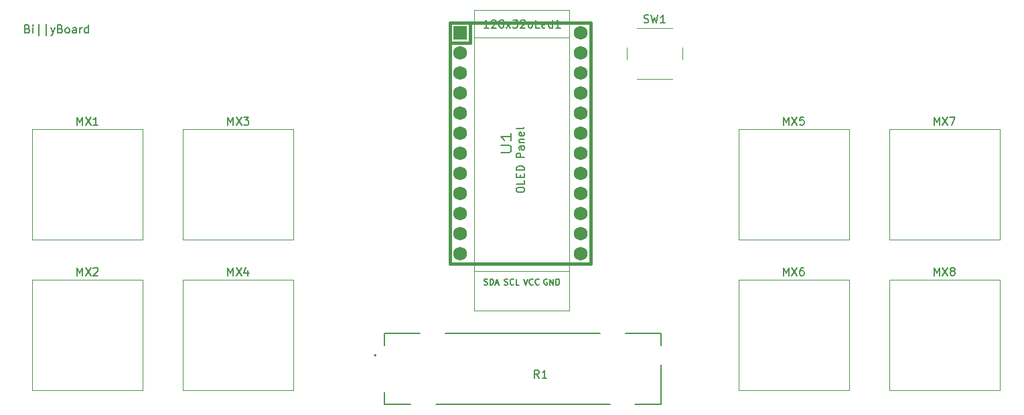
<source format=gbr>
%TF.GenerationSoftware,KiCad,Pcbnew,(7.0.0)*%
%TF.CreationDate,2023-07-30T22:41:47-07:00*%
%TF.ProjectId,macropad-V3,6d616372-6f70-4616-942d-56332e6b6963,rev?*%
%TF.SameCoordinates,Original*%
%TF.FileFunction,Legend,Top*%
%TF.FilePolarity,Positive*%
%FSLAX46Y46*%
G04 Gerber Fmt 4.6, Leading zero omitted, Abs format (unit mm)*
G04 Created by KiCad (PCBNEW (7.0.0)) date 2023-07-30 22:41:47*
%MOMM*%
%LPD*%
G01*
G04 APERTURE LIST*
%ADD10C,0.150000*%
%ADD11C,0.203200*%
%ADD12C,0.120000*%
%ADD13C,0.381000*%
%ADD14C,0.040000*%
%ADD15C,0.127000*%
%ADD16C,0.200000*%
%ADD17R,1.752600X1.752600*%
%ADD18C,1.752600*%
G04 APERTURE END LIST*
D10*
X77660428Y-53233571D02*
X77803285Y-53281190D01*
X77803285Y-53281190D02*
X77850904Y-53328809D01*
X77850904Y-53328809D02*
X77898523Y-53424047D01*
X77898523Y-53424047D02*
X77898523Y-53566904D01*
X77898523Y-53566904D02*
X77850904Y-53662142D01*
X77850904Y-53662142D02*
X77803285Y-53709761D01*
X77803285Y-53709761D02*
X77708047Y-53757380D01*
X77708047Y-53757380D02*
X77327095Y-53757380D01*
X77327095Y-53757380D02*
X77327095Y-52757380D01*
X77327095Y-52757380D02*
X77660428Y-52757380D01*
X77660428Y-52757380D02*
X77755666Y-52805000D01*
X77755666Y-52805000D02*
X77803285Y-52852619D01*
X77803285Y-52852619D02*
X77850904Y-52947857D01*
X77850904Y-52947857D02*
X77850904Y-53043095D01*
X77850904Y-53043095D02*
X77803285Y-53138333D01*
X77803285Y-53138333D02*
X77755666Y-53185952D01*
X77755666Y-53185952D02*
X77660428Y-53233571D01*
X77660428Y-53233571D02*
X77327095Y-53233571D01*
X78327095Y-53757380D02*
X78327095Y-53090714D01*
X78327095Y-52757380D02*
X78279476Y-52805000D01*
X78279476Y-52805000D02*
X78327095Y-52852619D01*
X78327095Y-52852619D02*
X78374714Y-52805000D01*
X78374714Y-52805000D02*
X78327095Y-52757380D01*
X78327095Y-52757380D02*
X78327095Y-52852619D01*
X79041380Y-54090714D02*
X79041380Y-52662142D01*
X79993761Y-54090714D02*
X79993761Y-52662142D01*
X80612809Y-53090714D02*
X80850904Y-53757380D01*
X81088999Y-53090714D02*
X80850904Y-53757380D01*
X80850904Y-53757380D02*
X80755666Y-53995476D01*
X80755666Y-53995476D02*
X80708047Y-54043095D01*
X80708047Y-54043095D02*
X80612809Y-54090714D01*
X81803285Y-53233571D02*
X81946142Y-53281190D01*
X81946142Y-53281190D02*
X81993761Y-53328809D01*
X81993761Y-53328809D02*
X82041380Y-53424047D01*
X82041380Y-53424047D02*
X82041380Y-53566904D01*
X82041380Y-53566904D02*
X81993761Y-53662142D01*
X81993761Y-53662142D02*
X81946142Y-53709761D01*
X81946142Y-53709761D02*
X81850904Y-53757380D01*
X81850904Y-53757380D02*
X81469952Y-53757380D01*
X81469952Y-53757380D02*
X81469952Y-52757380D01*
X81469952Y-52757380D02*
X81803285Y-52757380D01*
X81803285Y-52757380D02*
X81898523Y-52805000D01*
X81898523Y-52805000D02*
X81946142Y-52852619D01*
X81946142Y-52852619D02*
X81993761Y-52947857D01*
X81993761Y-52947857D02*
X81993761Y-53043095D01*
X81993761Y-53043095D02*
X81946142Y-53138333D01*
X81946142Y-53138333D02*
X81898523Y-53185952D01*
X81898523Y-53185952D02*
X81803285Y-53233571D01*
X81803285Y-53233571D02*
X81469952Y-53233571D01*
X82612809Y-53757380D02*
X82517571Y-53709761D01*
X82517571Y-53709761D02*
X82469952Y-53662142D01*
X82469952Y-53662142D02*
X82422333Y-53566904D01*
X82422333Y-53566904D02*
X82422333Y-53281190D01*
X82422333Y-53281190D02*
X82469952Y-53185952D01*
X82469952Y-53185952D02*
X82517571Y-53138333D01*
X82517571Y-53138333D02*
X82612809Y-53090714D01*
X82612809Y-53090714D02*
X82755666Y-53090714D01*
X82755666Y-53090714D02*
X82850904Y-53138333D01*
X82850904Y-53138333D02*
X82898523Y-53185952D01*
X82898523Y-53185952D02*
X82946142Y-53281190D01*
X82946142Y-53281190D02*
X82946142Y-53566904D01*
X82946142Y-53566904D02*
X82898523Y-53662142D01*
X82898523Y-53662142D02*
X82850904Y-53709761D01*
X82850904Y-53709761D02*
X82755666Y-53757380D01*
X82755666Y-53757380D02*
X82612809Y-53757380D01*
X83803285Y-53757380D02*
X83803285Y-53233571D01*
X83803285Y-53233571D02*
X83755666Y-53138333D01*
X83755666Y-53138333D02*
X83660428Y-53090714D01*
X83660428Y-53090714D02*
X83469952Y-53090714D01*
X83469952Y-53090714D02*
X83374714Y-53138333D01*
X83803285Y-53709761D02*
X83708047Y-53757380D01*
X83708047Y-53757380D02*
X83469952Y-53757380D01*
X83469952Y-53757380D02*
X83374714Y-53709761D01*
X83374714Y-53709761D02*
X83327095Y-53614523D01*
X83327095Y-53614523D02*
X83327095Y-53519285D01*
X83327095Y-53519285D02*
X83374714Y-53424047D01*
X83374714Y-53424047D02*
X83469952Y-53376428D01*
X83469952Y-53376428D02*
X83708047Y-53376428D01*
X83708047Y-53376428D02*
X83803285Y-53328809D01*
X84279476Y-53757380D02*
X84279476Y-53090714D01*
X84279476Y-53281190D02*
X84327095Y-53185952D01*
X84327095Y-53185952D02*
X84374714Y-53138333D01*
X84374714Y-53138333D02*
X84469952Y-53090714D01*
X84469952Y-53090714D02*
X84565190Y-53090714D01*
X85327095Y-53757380D02*
X85327095Y-52757380D01*
X85327095Y-53709761D02*
X85231857Y-53757380D01*
X85231857Y-53757380D02*
X85041381Y-53757380D01*
X85041381Y-53757380D02*
X84946143Y-53709761D01*
X84946143Y-53709761D02*
X84898524Y-53662142D01*
X84898524Y-53662142D02*
X84850905Y-53566904D01*
X84850905Y-53566904D02*
X84850905Y-53281190D01*
X84850905Y-53281190D02*
X84898524Y-53185952D01*
X84898524Y-53185952D02*
X84946143Y-53138333D01*
X84946143Y-53138333D02*
X85041381Y-53090714D01*
X85041381Y-53090714D02*
X85231857Y-53090714D01*
X85231857Y-53090714D02*
X85327095Y-53138333D01*
%TO.C,MX7*%
X192262286Y-65391380D02*
X192262286Y-64391380D01*
X192262286Y-64391380D02*
X192595619Y-65105666D01*
X192595619Y-65105666D02*
X192928952Y-64391380D01*
X192928952Y-64391380D02*
X192928952Y-65391380D01*
X193309905Y-64391380D02*
X193976571Y-65391380D01*
X193976571Y-64391380D02*
X193309905Y-65391380D01*
X194262286Y-64391380D02*
X194928952Y-64391380D01*
X194928952Y-64391380D02*
X194500381Y-65391380D01*
%TO.C,MX2*%
X83931286Y-84441380D02*
X83931286Y-83441380D01*
X83931286Y-83441380D02*
X84264619Y-84155666D01*
X84264619Y-84155666D02*
X84597952Y-83441380D01*
X84597952Y-83441380D02*
X84597952Y-84441380D01*
X84978905Y-83441380D02*
X85645571Y-84441380D01*
X85645571Y-83441380D02*
X84978905Y-84441380D01*
X85978905Y-83536619D02*
X86026524Y-83489000D01*
X86026524Y-83489000D02*
X86121762Y-83441380D01*
X86121762Y-83441380D02*
X86359857Y-83441380D01*
X86359857Y-83441380D02*
X86455095Y-83489000D01*
X86455095Y-83489000D02*
X86502714Y-83536619D01*
X86502714Y-83536619D02*
X86550333Y-83631857D01*
X86550333Y-83631857D02*
X86550333Y-83727095D01*
X86550333Y-83727095D02*
X86502714Y-83869952D01*
X86502714Y-83869952D02*
X85931286Y-84441380D01*
X85931286Y-84441380D02*
X86550333Y-84441380D01*
%TO.C,SW1*%
X155586667Y-52421761D02*
X155729524Y-52469380D01*
X155729524Y-52469380D02*
X155967619Y-52469380D01*
X155967619Y-52469380D02*
X156062857Y-52421761D01*
X156062857Y-52421761D02*
X156110476Y-52374142D01*
X156110476Y-52374142D02*
X156158095Y-52278904D01*
X156158095Y-52278904D02*
X156158095Y-52183666D01*
X156158095Y-52183666D02*
X156110476Y-52088428D01*
X156110476Y-52088428D02*
X156062857Y-52040809D01*
X156062857Y-52040809D02*
X155967619Y-51993190D01*
X155967619Y-51993190D02*
X155777143Y-51945571D01*
X155777143Y-51945571D02*
X155681905Y-51897952D01*
X155681905Y-51897952D02*
X155634286Y-51850333D01*
X155634286Y-51850333D02*
X155586667Y-51755095D01*
X155586667Y-51755095D02*
X155586667Y-51659857D01*
X155586667Y-51659857D02*
X155634286Y-51564619D01*
X155634286Y-51564619D02*
X155681905Y-51517000D01*
X155681905Y-51517000D02*
X155777143Y-51469380D01*
X155777143Y-51469380D02*
X156015238Y-51469380D01*
X156015238Y-51469380D02*
X156158095Y-51517000D01*
X156491429Y-51469380D02*
X156729524Y-52469380D01*
X156729524Y-52469380D02*
X156920000Y-51755095D01*
X156920000Y-51755095D02*
X157110476Y-52469380D01*
X157110476Y-52469380D02*
X157348572Y-51469380D01*
X158253333Y-52469380D02*
X157681905Y-52469380D01*
X157967619Y-52469380D02*
X157967619Y-51469380D01*
X157967619Y-51469380D02*
X157872381Y-51612238D01*
X157872381Y-51612238D02*
X157777143Y-51707476D01*
X157777143Y-51707476D02*
X157681905Y-51755095D01*
%TO.C,MX6*%
X173212286Y-84441380D02*
X173212286Y-83441380D01*
X173212286Y-83441380D02*
X173545619Y-84155666D01*
X173545619Y-84155666D02*
X173878952Y-83441380D01*
X173878952Y-83441380D02*
X173878952Y-84441380D01*
X174259905Y-83441380D02*
X174926571Y-84441380D01*
X174926571Y-83441380D02*
X174259905Y-84441380D01*
X175736095Y-83441380D02*
X175545619Y-83441380D01*
X175545619Y-83441380D02*
X175450381Y-83489000D01*
X175450381Y-83489000D02*
X175402762Y-83536619D01*
X175402762Y-83536619D02*
X175307524Y-83679476D01*
X175307524Y-83679476D02*
X175259905Y-83869952D01*
X175259905Y-83869952D02*
X175259905Y-84250904D01*
X175259905Y-84250904D02*
X175307524Y-84346142D01*
X175307524Y-84346142D02*
X175355143Y-84393761D01*
X175355143Y-84393761D02*
X175450381Y-84441380D01*
X175450381Y-84441380D02*
X175640857Y-84441380D01*
X175640857Y-84441380D02*
X175736095Y-84393761D01*
X175736095Y-84393761D02*
X175783714Y-84346142D01*
X175783714Y-84346142D02*
X175831333Y-84250904D01*
X175831333Y-84250904D02*
X175831333Y-84012809D01*
X175831333Y-84012809D02*
X175783714Y-83917571D01*
X175783714Y-83917571D02*
X175736095Y-83869952D01*
X175736095Y-83869952D02*
X175640857Y-83822333D01*
X175640857Y-83822333D02*
X175450381Y-83822333D01*
X175450381Y-83822333D02*
X175355143Y-83869952D01*
X175355143Y-83869952D02*
X175307524Y-83917571D01*
X175307524Y-83917571D02*
X175259905Y-84012809D01*
%TO.C,MX4*%
X102981286Y-84441380D02*
X102981286Y-83441380D01*
X102981286Y-83441380D02*
X103314619Y-84155666D01*
X103314619Y-84155666D02*
X103647952Y-83441380D01*
X103647952Y-83441380D02*
X103647952Y-84441380D01*
X104028905Y-83441380D02*
X104695571Y-84441380D01*
X104695571Y-83441380D02*
X104028905Y-84441380D01*
X105505095Y-83774714D02*
X105505095Y-84441380D01*
X105267000Y-83393761D02*
X105028905Y-84108047D01*
X105028905Y-84108047D02*
X105647952Y-84108047D01*
%TO.C,MX5*%
X173212286Y-65391380D02*
X173212286Y-64391380D01*
X173212286Y-64391380D02*
X173545619Y-65105666D01*
X173545619Y-65105666D02*
X173878952Y-64391380D01*
X173878952Y-64391380D02*
X173878952Y-65391380D01*
X174259905Y-64391380D02*
X174926571Y-65391380D01*
X174926571Y-64391380D02*
X174259905Y-65391380D01*
X175783714Y-64391380D02*
X175307524Y-64391380D01*
X175307524Y-64391380D02*
X175259905Y-64867571D01*
X175259905Y-64867571D02*
X175307524Y-64819952D01*
X175307524Y-64819952D02*
X175402762Y-64772333D01*
X175402762Y-64772333D02*
X175640857Y-64772333D01*
X175640857Y-64772333D02*
X175736095Y-64819952D01*
X175736095Y-64819952D02*
X175783714Y-64867571D01*
X175783714Y-64867571D02*
X175831333Y-64962809D01*
X175831333Y-64962809D02*
X175831333Y-65200904D01*
X175831333Y-65200904D02*
X175783714Y-65296142D01*
X175783714Y-65296142D02*
X175736095Y-65343761D01*
X175736095Y-65343761D02*
X175640857Y-65391380D01*
X175640857Y-65391380D02*
X175402762Y-65391380D01*
X175402762Y-65391380D02*
X175307524Y-65343761D01*
X175307524Y-65343761D02*
X175259905Y-65296142D01*
D11*
%TO.C,U1*%
X137525573Y-68852142D02*
X138553669Y-68852142D01*
X138553669Y-68852142D02*
X138674621Y-68779571D01*
X138674621Y-68779571D02*
X138735097Y-68707000D01*
X138735097Y-68707000D02*
X138795573Y-68561857D01*
X138795573Y-68561857D02*
X138795573Y-68271571D01*
X138795573Y-68271571D02*
X138735097Y-68126428D01*
X138735097Y-68126428D02*
X138674621Y-68053857D01*
X138674621Y-68053857D02*
X138553669Y-67981285D01*
X138553669Y-67981285D02*
X137525573Y-67981285D01*
X138795573Y-66457286D02*
X138795573Y-67328143D01*
X138795573Y-66892714D02*
X137525573Y-66892714D01*
X137525573Y-66892714D02*
X137707002Y-67037857D01*
X137707002Y-67037857D02*
X137827954Y-67183000D01*
X137827954Y-67183000D02*
X137888430Y-67328143D01*
D10*
%TO.C,MX8*%
X192262286Y-84441380D02*
X192262286Y-83441380D01*
X192262286Y-83441380D02*
X192595619Y-84155666D01*
X192595619Y-84155666D02*
X192928952Y-83441380D01*
X192928952Y-83441380D02*
X192928952Y-84441380D01*
X193309905Y-83441380D02*
X193976571Y-84441380D01*
X193976571Y-83441380D02*
X193309905Y-84441380D01*
X194500381Y-83869952D02*
X194405143Y-83822333D01*
X194405143Y-83822333D02*
X194357524Y-83774714D01*
X194357524Y-83774714D02*
X194309905Y-83679476D01*
X194309905Y-83679476D02*
X194309905Y-83631857D01*
X194309905Y-83631857D02*
X194357524Y-83536619D01*
X194357524Y-83536619D02*
X194405143Y-83489000D01*
X194405143Y-83489000D02*
X194500381Y-83441380D01*
X194500381Y-83441380D02*
X194690857Y-83441380D01*
X194690857Y-83441380D02*
X194786095Y-83489000D01*
X194786095Y-83489000D02*
X194833714Y-83536619D01*
X194833714Y-83536619D02*
X194881333Y-83631857D01*
X194881333Y-83631857D02*
X194881333Y-83679476D01*
X194881333Y-83679476D02*
X194833714Y-83774714D01*
X194833714Y-83774714D02*
X194786095Y-83822333D01*
X194786095Y-83822333D02*
X194690857Y-83869952D01*
X194690857Y-83869952D02*
X194500381Y-83869952D01*
X194500381Y-83869952D02*
X194405143Y-83917571D01*
X194405143Y-83917571D02*
X194357524Y-83965190D01*
X194357524Y-83965190D02*
X194309905Y-84060428D01*
X194309905Y-84060428D02*
X194309905Y-84250904D01*
X194309905Y-84250904D02*
X194357524Y-84346142D01*
X194357524Y-84346142D02*
X194405143Y-84393761D01*
X194405143Y-84393761D02*
X194500381Y-84441380D01*
X194500381Y-84441380D02*
X194690857Y-84441380D01*
X194690857Y-84441380D02*
X194786095Y-84393761D01*
X194786095Y-84393761D02*
X194833714Y-84346142D01*
X194833714Y-84346142D02*
X194881333Y-84250904D01*
X194881333Y-84250904D02*
X194881333Y-84060428D01*
X194881333Y-84060428D02*
X194833714Y-83965190D01*
X194833714Y-83965190D02*
X194786095Y-83917571D01*
X194786095Y-83917571D02*
X194690857Y-83869952D01*
%TO.C,128x32oLed1*%
X135944904Y-53105380D02*
X135373476Y-53105380D01*
X135659190Y-53105380D02*
X135659190Y-52105380D01*
X135659190Y-52105380D02*
X135563952Y-52248238D01*
X135563952Y-52248238D02*
X135468714Y-52343476D01*
X135468714Y-52343476D02*
X135373476Y-52391095D01*
X136325857Y-52200619D02*
X136373476Y-52153000D01*
X136373476Y-52153000D02*
X136468714Y-52105380D01*
X136468714Y-52105380D02*
X136706809Y-52105380D01*
X136706809Y-52105380D02*
X136802047Y-52153000D01*
X136802047Y-52153000D02*
X136849666Y-52200619D01*
X136849666Y-52200619D02*
X136897285Y-52295857D01*
X136897285Y-52295857D02*
X136897285Y-52391095D01*
X136897285Y-52391095D02*
X136849666Y-52533952D01*
X136849666Y-52533952D02*
X136278238Y-53105380D01*
X136278238Y-53105380D02*
X136897285Y-53105380D01*
X137468714Y-52533952D02*
X137373476Y-52486333D01*
X137373476Y-52486333D02*
X137325857Y-52438714D01*
X137325857Y-52438714D02*
X137278238Y-52343476D01*
X137278238Y-52343476D02*
X137278238Y-52295857D01*
X137278238Y-52295857D02*
X137325857Y-52200619D01*
X137325857Y-52200619D02*
X137373476Y-52153000D01*
X137373476Y-52153000D02*
X137468714Y-52105380D01*
X137468714Y-52105380D02*
X137659190Y-52105380D01*
X137659190Y-52105380D02*
X137754428Y-52153000D01*
X137754428Y-52153000D02*
X137802047Y-52200619D01*
X137802047Y-52200619D02*
X137849666Y-52295857D01*
X137849666Y-52295857D02*
X137849666Y-52343476D01*
X137849666Y-52343476D02*
X137802047Y-52438714D01*
X137802047Y-52438714D02*
X137754428Y-52486333D01*
X137754428Y-52486333D02*
X137659190Y-52533952D01*
X137659190Y-52533952D02*
X137468714Y-52533952D01*
X137468714Y-52533952D02*
X137373476Y-52581571D01*
X137373476Y-52581571D02*
X137325857Y-52629190D01*
X137325857Y-52629190D02*
X137278238Y-52724428D01*
X137278238Y-52724428D02*
X137278238Y-52914904D01*
X137278238Y-52914904D02*
X137325857Y-53010142D01*
X137325857Y-53010142D02*
X137373476Y-53057761D01*
X137373476Y-53057761D02*
X137468714Y-53105380D01*
X137468714Y-53105380D02*
X137659190Y-53105380D01*
X137659190Y-53105380D02*
X137754428Y-53057761D01*
X137754428Y-53057761D02*
X137802047Y-53010142D01*
X137802047Y-53010142D02*
X137849666Y-52914904D01*
X137849666Y-52914904D02*
X137849666Y-52724428D01*
X137849666Y-52724428D02*
X137802047Y-52629190D01*
X137802047Y-52629190D02*
X137754428Y-52581571D01*
X137754428Y-52581571D02*
X137659190Y-52533952D01*
X138183000Y-53105380D02*
X138706809Y-52438714D01*
X138183000Y-52438714D02*
X138706809Y-53105380D01*
X138992524Y-52105380D02*
X139611571Y-52105380D01*
X139611571Y-52105380D02*
X139278238Y-52486333D01*
X139278238Y-52486333D02*
X139421095Y-52486333D01*
X139421095Y-52486333D02*
X139516333Y-52533952D01*
X139516333Y-52533952D02*
X139563952Y-52581571D01*
X139563952Y-52581571D02*
X139611571Y-52676809D01*
X139611571Y-52676809D02*
X139611571Y-52914904D01*
X139611571Y-52914904D02*
X139563952Y-53010142D01*
X139563952Y-53010142D02*
X139516333Y-53057761D01*
X139516333Y-53057761D02*
X139421095Y-53105380D01*
X139421095Y-53105380D02*
X139135381Y-53105380D01*
X139135381Y-53105380D02*
X139040143Y-53057761D01*
X139040143Y-53057761D02*
X138992524Y-53010142D01*
X139992524Y-52200619D02*
X140040143Y-52153000D01*
X140040143Y-52153000D02*
X140135381Y-52105380D01*
X140135381Y-52105380D02*
X140373476Y-52105380D01*
X140373476Y-52105380D02*
X140468714Y-52153000D01*
X140468714Y-52153000D02*
X140516333Y-52200619D01*
X140516333Y-52200619D02*
X140563952Y-52295857D01*
X140563952Y-52295857D02*
X140563952Y-52391095D01*
X140563952Y-52391095D02*
X140516333Y-52533952D01*
X140516333Y-52533952D02*
X139944905Y-53105380D01*
X139944905Y-53105380D02*
X140563952Y-53105380D01*
X141135381Y-53105380D02*
X141040143Y-53057761D01*
X141040143Y-53057761D02*
X140992524Y-53010142D01*
X140992524Y-53010142D02*
X140944905Y-52914904D01*
X140944905Y-52914904D02*
X140944905Y-52629190D01*
X140944905Y-52629190D02*
X140992524Y-52533952D01*
X140992524Y-52533952D02*
X141040143Y-52486333D01*
X141040143Y-52486333D02*
X141135381Y-52438714D01*
X141135381Y-52438714D02*
X141278238Y-52438714D01*
X141278238Y-52438714D02*
X141373476Y-52486333D01*
X141373476Y-52486333D02*
X141421095Y-52533952D01*
X141421095Y-52533952D02*
X141468714Y-52629190D01*
X141468714Y-52629190D02*
X141468714Y-52914904D01*
X141468714Y-52914904D02*
X141421095Y-53010142D01*
X141421095Y-53010142D02*
X141373476Y-53057761D01*
X141373476Y-53057761D02*
X141278238Y-53105380D01*
X141278238Y-53105380D02*
X141135381Y-53105380D01*
X142373476Y-53105380D02*
X141897286Y-53105380D01*
X141897286Y-53105380D02*
X141897286Y-52105380D01*
X143087762Y-53057761D02*
X142992524Y-53105380D01*
X142992524Y-53105380D02*
X142802048Y-53105380D01*
X142802048Y-53105380D02*
X142706810Y-53057761D01*
X142706810Y-53057761D02*
X142659191Y-52962523D01*
X142659191Y-52962523D02*
X142659191Y-52581571D01*
X142659191Y-52581571D02*
X142706810Y-52486333D01*
X142706810Y-52486333D02*
X142802048Y-52438714D01*
X142802048Y-52438714D02*
X142992524Y-52438714D01*
X142992524Y-52438714D02*
X143087762Y-52486333D01*
X143087762Y-52486333D02*
X143135381Y-52581571D01*
X143135381Y-52581571D02*
X143135381Y-52676809D01*
X143135381Y-52676809D02*
X142659191Y-52772047D01*
X143992524Y-53105380D02*
X143992524Y-52105380D01*
X143992524Y-53057761D02*
X143897286Y-53105380D01*
X143897286Y-53105380D02*
X143706810Y-53105380D01*
X143706810Y-53105380D02*
X143611572Y-53057761D01*
X143611572Y-53057761D02*
X143563953Y-53010142D01*
X143563953Y-53010142D02*
X143516334Y-52914904D01*
X143516334Y-52914904D02*
X143516334Y-52629190D01*
X143516334Y-52629190D02*
X143563953Y-52533952D01*
X143563953Y-52533952D02*
X143611572Y-52486333D01*
X143611572Y-52486333D02*
X143706810Y-52438714D01*
X143706810Y-52438714D02*
X143897286Y-52438714D01*
X143897286Y-52438714D02*
X143992524Y-52486333D01*
X144992524Y-53105380D02*
X144421096Y-53105380D01*
X144706810Y-53105380D02*
X144706810Y-52105380D01*
X144706810Y-52105380D02*
X144611572Y-52248238D01*
X144611572Y-52248238D02*
X144516334Y-52343476D01*
X144516334Y-52343476D02*
X144421096Y-52391095D01*
X143331571Y-84899250D02*
X143260143Y-84863535D01*
X143260143Y-84863535D02*
X143153000Y-84863535D01*
X143153000Y-84863535D02*
X143045857Y-84899250D01*
X143045857Y-84899250D02*
X142974428Y-84970678D01*
X142974428Y-84970678D02*
X142938714Y-85042107D01*
X142938714Y-85042107D02*
X142903000Y-85184964D01*
X142903000Y-85184964D02*
X142903000Y-85292107D01*
X142903000Y-85292107D02*
X142938714Y-85434964D01*
X142938714Y-85434964D02*
X142974428Y-85506392D01*
X142974428Y-85506392D02*
X143045857Y-85577821D01*
X143045857Y-85577821D02*
X143153000Y-85613535D01*
X143153000Y-85613535D02*
X143224428Y-85613535D01*
X143224428Y-85613535D02*
X143331571Y-85577821D01*
X143331571Y-85577821D02*
X143367285Y-85542107D01*
X143367285Y-85542107D02*
X143367285Y-85292107D01*
X143367285Y-85292107D02*
X143224428Y-85292107D01*
X143688714Y-85613535D02*
X143688714Y-84863535D01*
X143688714Y-84863535D02*
X144117285Y-85613535D01*
X144117285Y-85613535D02*
X144117285Y-84863535D01*
X144474428Y-85613535D02*
X144474428Y-84863535D01*
X144474428Y-84863535D02*
X144652999Y-84863535D01*
X144652999Y-84863535D02*
X144760142Y-84899250D01*
X144760142Y-84899250D02*
X144831571Y-84970678D01*
X144831571Y-84970678D02*
X144867285Y-85042107D01*
X144867285Y-85042107D02*
X144902999Y-85184964D01*
X144902999Y-85184964D02*
X144902999Y-85292107D01*
X144902999Y-85292107D02*
X144867285Y-85434964D01*
X144867285Y-85434964D02*
X144831571Y-85506392D01*
X144831571Y-85506392D02*
X144760142Y-85577821D01*
X144760142Y-85577821D02*
X144652999Y-85613535D01*
X144652999Y-85613535D02*
X144474428Y-85613535D01*
X137930143Y-85577821D02*
X138037286Y-85613535D01*
X138037286Y-85613535D02*
X138215857Y-85613535D01*
X138215857Y-85613535D02*
X138287286Y-85577821D01*
X138287286Y-85577821D02*
X138323000Y-85542107D01*
X138323000Y-85542107D02*
X138358714Y-85470678D01*
X138358714Y-85470678D02*
X138358714Y-85399250D01*
X138358714Y-85399250D02*
X138323000Y-85327821D01*
X138323000Y-85327821D02*
X138287286Y-85292107D01*
X138287286Y-85292107D02*
X138215857Y-85256392D01*
X138215857Y-85256392D02*
X138073000Y-85220678D01*
X138073000Y-85220678D02*
X138001571Y-85184964D01*
X138001571Y-85184964D02*
X137965857Y-85149250D01*
X137965857Y-85149250D02*
X137930143Y-85077821D01*
X137930143Y-85077821D02*
X137930143Y-85006392D01*
X137930143Y-85006392D02*
X137965857Y-84934964D01*
X137965857Y-84934964D02*
X138001571Y-84899250D01*
X138001571Y-84899250D02*
X138073000Y-84863535D01*
X138073000Y-84863535D02*
X138251571Y-84863535D01*
X138251571Y-84863535D02*
X138358714Y-84899250D01*
X139108714Y-85542107D02*
X139073000Y-85577821D01*
X139073000Y-85577821D02*
X138965857Y-85613535D01*
X138965857Y-85613535D02*
X138894429Y-85613535D01*
X138894429Y-85613535D02*
X138787286Y-85577821D01*
X138787286Y-85577821D02*
X138715857Y-85506392D01*
X138715857Y-85506392D02*
X138680143Y-85434964D01*
X138680143Y-85434964D02*
X138644429Y-85292107D01*
X138644429Y-85292107D02*
X138644429Y-85184964D01*
X138644429Y-85184964D02*
X138680143Y-85042107D01*
X138680143Y-85042107D02*
X138715857Y-84970678D01*
X138715857Y-84970678D02*
X138787286Y-84899250D01*
X138787286Y-84899250D02*
X138894429Y-84863535D01*
X138894429Y-84863535D02*
X138965857Y-84863535D01*
X138965857Y-84863535D02*
X139073000Y-84899250D01*
X139073000Y-84899250D02*
X139108714Y-84934964D01*
X139787286Y-85613535D02*
X139430143Y-85613535D01*
X139430143Y-85613535D02*
X139430143Y-84863535D01*
X135372286Y-85577821D02*
X135479429Y-85613535D01*
X135479429Y-85613535D02*
X135658000Y-85613535D01*
X135658000Y-85613535D02*
X135729429Y-85577821D01*
X135729429Y-85577821D02*
X135765143Y-85542107D01*
X135765143Y-85542107D02*
X135800857Y-85470678D01*
X135800857Y-85470678D02*
X135800857Y-85399250D01*
X135800857Y-85399250D02*
X135765143Y-85327821D01*
X135765143Y-85327821D02*
X135729429Y-85292107D01*
X135729429Y-85292107D02*
X135658000Y-85256392D01*
X135658000Y-85256392D02*
X135515143Y-85220678D01*
X135515143Y-85220678D02*
X135443714Y-85184964D01*
X135443714Y-85184964D02*
X135408000Y-85149250D01*
X135408000Y-85149250D02*
X135372286Y-85077821D01*
X135372286Y-85077821D02*
X135372286Y-85006392D01*
X135372286Y-85006392D02*
X135408000Y-84934964D01*
X135408000Y-84934964D02*
X135443714Y-84899250D01*
X135443714Y-84899250D02*
X135515143Y-84863535D01*
X135515143Y-84863535D02*
X135693714Y-84863535D01*
X135693714Y-84863535D02*
X135800857Y-84899250D01*
X136122286Y-85613535D02*
X136122286Y-84863535D01*
X136122286Y-84863535D02*
X136300857Y-84863535D01*
X136300857Y-84863535D02*
X136408000Y-84899250D01*
X136408000Y-84899250D02*
X136479429Y-84970678D01*
X136479429Y-84970678D02*
X136515143Y-85042107D01*
X136515143Y-85042107D02*
X136550857Y-85184964D01*
X136550857Y-85184964D02*
X136550857Y-85292107D01*
X136550857Y-85292107D02*
X136515143Y-85434964D01*
X136515143Y-85434964D02*
X136479429Y-85506392D01*
X136479429Y-85506392D02*
X136408000Y-85577821D01*
X136408000Y-85577821D02*
X136300857Y-85613535D01*
X136300857Y-85613535D02*
X136122286Y-85613535D01*
X136836572Y-85399250D02*
X137193715Y-85399250D01*
X136765143Y-85613535D02*
X137015143Y-84863535D01*
X137015143Y-84863535D02*
X137265143Y-85613535D01*
X140363000Y-84863535D02*
X140613000Y-85613535D01*
X140613000Y-85613535D02*
X140863000Y-84863535D01*
X141541571Y-85542107D02*
X141505857Y-85577821D01*
X141505857Y-85577821D02*
X141398714Y-85613535D01*
X141398714Y-85613535D02*
X141327286Y-85613535D01*
X141327286Y-85613535D02*
X141220143Y-85577821D01*
X141220143Y-85577821D02*
X141148714Y-85506392D01*
X141148714Y-85506392D02*
X141113000Y-85434964D01*
X141113000Y-85434964D02*
X141077286Y-85292107D01*
X141077286Y-85292107D02*
X141077286Y-85184964D01*
X141077286Y-85184964D02*
X141113000Y-85042107D01*
X141113000Y-85042107D02*
X141148714Y-84970678D01*
X141148714Y-84970678D02*
X141220143Y-84899250D01*
X141220143Y-84899250D02*
X141327286Y-84863535D01*
X141327286Y-84863535D02*
X141398714Y-84863535D01*
X141398714Y-84863535D02*
X141505857Y-84899250D01*
X141505857Y-84899250D02*
X141541571Y-84934964D01*
X142291571Y-85542107D02*
X142255857Y-85577821D01*
X142255857Y-85577821D02*
X142148714Y-85613535D01*
X142148714Y-85613535D02*
X142077286Y-85613535D01*
X142077286Y-85613535D02*
X141970143Y-85577821D01*
X141970143Y-85577821D02*
X141898714Y-85506392D01*
X141898714Y-85506392D02*
X141863000Y-85434964D01*
X141863000Y-85434964D02*
X141827286Y-85292107D01*
X141827286Y-85292107D02*
X141827286Y-85184964D01*
X141827286Y-85184964D02*
X141863000Y-85042107D01*
X141863000Y-85042107D02*
X141898714Y-84970678D01*
X141898714Y-84970678D02*
X141970143Y-84899250D01*
X141970143Y-84899250D02*
X142077286Y-84863535D01*
X142077286Y-84863535D02*
X142148714Y-84863535D01*
X142148714Y-84863535D02*
X142255857Y-84899250D01*
X142255857Y-84899250D02*
X142291571Y-84934964D01*
X139460380Y-73685619D02*
X139460380Y-73495143D01*
X139460380Y-73495143D02*
X139508000Y-73399905D01*
X139508000Y-73399905D02*
X139603238Y-73304667D01*
X139603238Y-73304667D02*
X139793714Y-73257048D01*
X139793714Y-73257048D02*
X140127047Y-73257048D01*
X140127047Y-73257048D02*
X140317523Y-73304667D01*
X140317523Y-73304667D02*
X140412761Y-73399905D01*
X140412761Y-73399905D02*
X140460380Y-73495143D01*
X140460380Y-73495143D02*
X140460380Y-73685619D01*
X140460380Y-73685619D02*
X140412761Y-73780857D01*
X140412761Y-73780857D02*
X140317523Y-73876095D01*
X140317523Y-73876095D02*
X140127047Y-73923714D01*
X140127047Y-73923714D02*
X139793714Y-73923714D01*
X139793714Y-73923714D02*
X139603238Y-73876095D01*
X139603238Y-73876095D02*
X139508000Y-73780857D01*
X139508000Y-73780857D02*
X139460380Y-73685619D01*
X140460380Y-72352286D02*
X140460380Y-72828476D01*
X140460380Y-72828476D02*
X139460380Y-72828476D01*
X139936571Y-72018952D02*
X139936571Y-71685619D01*
X140460380Y-71542762D02*
X140460380Y-72018952D01*
X140460380Y-72018952D02*
X139460380Y-72018952D01*
X139460380Y-72018952D02*
X139460380Y-71542762D01*
X140460380Y-71114190D02*
X139460380Y-71114190D01*
X139460380Y-71114190D02*
X139460380Y-70876095D01*
X139460380Y-70876095D02*
X139508000Y-70733238D01*
X139508000Y-70733238D02*
X139603238Y-70638000D01*
X139603238Y-70638000D02*
X139698476Y-70590381D01*
X139698476Y-70590381D02*
X139888952Y-70542762D01*
X139888952Y-70542762D02*
X140031809Y-70542762D01*
X140031809Y-70542762D02*
X140222285Y-70590381D01*
X140222285Y-70590381D02*
X140317523Y-70638000D01*
X140317523Y-70638000D02*
X140412761Y-70733238D01*
X140412761Y-70733238D02*
X140460380Y-70876095D01*
X140460380Y-70876095D02*
X140460380Y-71114190D01*
X140460380Y-69514190D02*
X139460380Y-69514190D01*
X139460380Y-69514190D02*
X139460380Y-69133238D01*
X139460380Y-69133238D02*
X139508000Y-69038000D01*
X139508000Y-69038000D02*
X139555619Y-68990381D01*
X139555619Y-68990381D02*
X139650857Y-68942762D01*
X139650857Y-68942762D02*
X139793714Y-68942762D01*
X139793714Y-68942762D02*
X139888952Y-68990381D01*
X139888952Y-68990381D02*
X139936571Y-69038000D01*
X139936571Y-69038000D02*
X139984190Y-69133238D01*
X139984190Y-69133238D02*
X139984190Y-69514190D01*
X140460380Y-68085619D02*
X139936571Y-68085619D01*
X139936571Y-68085619D02*
X139841333Y-68133238D01*
X139841333Y-68133238D02*
X139793714Y-68228476D01*
X139793714Y-68228476D02*
X139793714Y-68418952D01*
X139793714Y-68418952D02*
X139841333Y-68514190D01*
X140412761Y-68085619D02*
X140460380Y-68180857D01*
X140460380Y-68180857D02*
X140460380Y-68418952D01*
X140460380Y-68418952D02*
X140412761Y-68514190D01*
X140412761Y-68514190D02*
X140317523Y-68561809D01*
X140317523Y-68561809D02*
X140222285Y-68561809D01*
X140222285Y-68561809D02*
X140127047Y-68514190D01*
X140127047Y-68514190D02*
X140079428Y-68418952D01*
X140079428Y-68418952D02*
X140079428Y-68180857D01*
X140079428Y-68180857D02*
X140031809Y-68085619D01*
X139793714Y-67609428D02*
X140460380Y-67609428D01*
X139888952Y-67609428D02*
X139841333Y-67561809D01*
X139841333Y-67561809D02*
X139793714Y-67466571D01*
X139793714Y-67466571D02*
X139793714Y-67323714D01*
X139793714Y-67323714D02*
X139841333Y-67228476D01*
X139841333Y-67228476D02*
X139936571Y-67180857D01*
X139936571Y-67180857D02*
X140460380Y-67180857D01*
X140412761Y-66323714D02*
X140460380Y-66418952D01*
X140460380Y-66418952D02*
X140460380Y-66609428D01*
X140460380Y-66609428D02*
X140412761Y-66704666D01*
X140412761Y-66704666D02*
X140317523Y-66752285D01*
X140317523Y-66752285D02*
X139936571Y-66752285D01*
X139936571Y-66752285D02*
X139841333Y-66704666D01*
X139841333Y-66704666D02*
X139793714Y-66609428D01*
X139793714Y-66609428D02*
X139793714Y-66418952D01*
X139793714Y-66418952D02*
X139841333Y-66323714D01*
X139841333Y-66323714D02*
X139936571Y-66276095D01*
X139936571Y-66276095D02*
X140031809Y-66276095D01*
X140031809Y-66276095D02*
X140127047Y-66752285D01*
X140460380Y-65704666D02*
X140412761Y-65799904D01*
X140412761Y-65799904D02*
X140317523Y-65847523D01*
X140317523Y-65847523D02*
X139460380Y-65847523D01*
%TO.C,MX1*%
X83931286Y-65391380D02*
X83931286Y-64391380D01*
X83931286Y-64391380D02*
X84264619Y-65105666D01*
X84264619Y-65105666D02*
X84597952Y-64391380D01*
X84597952Y-64391380D02*
X84597952Y-65391380D01*
X84978905Y-64391380D02*
X85645571Y-65391380D01*
X85645571Y-64391380D02*
X84978905Y-65391380D01*
X86550333Y-65391380D02*
X85978905Y-65391380D01*
X86264619Y-65391380D02*
X86264619Y-64391380D01*
X86264619Y-64391380D02*
X86169381Y-64534238D01*
X86169381Y-64534238D02*
X86074143Y-64629476D01*
X86074143Y-64629476D02*
X85978905Y-64677095D01*
%TO.C,MX3*%
X102981286Y-65391380D02*
X102981286Y-64391380D01*
X102981286Y-64391380D02*
X103314619Y-65105666D01*
X103314619Y-65105666D02*
X103647952Y-64391380D01*
X103647952Y-64391380D02*
X103647952Y-65391380D01*
X104028905Y-64391380D02*
X104695571Y-65391380D01*
X104695571Y-64391380D02*
X104028905Y-65391380D01*
X104981286Y-64391380D02*
X105600333Y-64391380D01*
X105600333Y-64391380D02*
X105267000Y-64772333D01*
X105267000Y-64772333D02*
X105409857Y-64772333D01*
X105409857Y-64772333D02*
X105505095Y-64819952D01*
X105505095Y-64819952D02*
X105552714Y-64867571D01*
X105552714Y-64867571D02*
X105600333Y-64962809D01*
X105600333Y-64962809D02*
X105600333Y-65200904D01*
X105600333Y-65200904D02*
X105552714Y-65296142D01*
X105552714Y-65296142D02*
X105505095Y-65343761D01*
X105505095Y-65343761D02*
X105409857Y-65391380D01*
X105409857Y-65391380D02*
X105124143Y-65391380D01*
X105124143Y-65391380D02*
X105028905Y-65343761D01*
X105028905Y-65343761D02*
X104981286Y-65296142D01*
%TO.C,R1*%
X142327333Y-97395380D02*
X141994000Y-96919190D01*
X141755905Y-97395380D02*
X141755905Y-96395380D01*
X141755905Y-96395380D02*
X142136857Y-96395380D01*
X142136857Y-96395380D02*
X142232095Y-96443000D01*
X142232095Y-96443000D02*
X142279714Y-96490619D01*
X142279714Y-96490619D02*
X142327333Y-96585857D01*
X142327333Y-96585857D02*
X142327333Y-96728714D01*
X142327333Y-96728714D02*
X142279714Y-96823952D01*
X142279714Y-96823952D02*
X142232095Y-96871571D01*
X142232095Y-96871571D02*
X142136857Y-96919190D01*
X142136857Y-96919190D02*
X141755905Y-96919190D01*
X143279714Y-97395380D02*
X142708286Y-97395380D01*
X142994000Y-97395380D02*
X142994000Y-96395380D01*
X142994000Y-96395380D02*
X142898762Y-96538238D01*
X142898762Y-96538238D02*
X142803524Y-96633476D01*
X142803524Y-96633476D02*
X142708286Y-96681095D01*
D12*
%TO.C,MX7*%
X186563000Y-65913000D02*
X200533000Y-65913000D01*
X186563000Y-79883000D02*
X186563000Y-65913000D01*
X200533000Y-65913000D02*
X200533000Y-79883000D01*
X200533000Y-79883000D02*
X186563000Y-79883000D01*
%TO.C,MX2*%
X78232000Y-84963000D02*
X92202000Y-84963000D01*
X78232000Y-98933000D02*
X78232000Y-84963000D01*
X92202000Y-84963000D02*
X92202000Y-98933000D01*
X92202000Y-98933000D02*
X78232000Y-98933000D01*
%TO.C,SW1*%
X153420000Y-55602000D02*
X153420000Y-57102000D01*
X154670000Y-59602000D02*
X159170000Y-59602000D01*
X159170000Y-53102000D02*
X154670000Y-53102000D01*
X160420000Y-57102000D02*
X160420000Y-55602000D01*
%TO.C,MX6*%
X167513000Y-84963000D02*
X181483000Y-84963000D01*
X167513000Y-98933000D02*
X167513000Y-84963000D01*
X181483000Y-84963000D02*
X181483000Y-98933000D01*
X181483000Y-98933000D02*
X167513000Y-98933000D01*
%TO.C,MX4*%
X97282000Y-84963000D02*
X111252000Y-84963000D01*
X97282000Y-98933000D02*
X97282000Y-84963000D01*
X111252000Y-84963000D02*
X111252000Y-98933000D01*
X111252000Y-98933000D02*
X97282000Y-98933000D01*
%TO.C,MX5*%
X167513000Y-65913000D02*
X181483000Y-65913000D01*
X167513000Y-79883000D02*
X167513000Y-65913000D01*
X181483000Y-65913000D02*
X181483000Y-79883000D01*
X181483000Y-79883000D02*
X167513000Y-79883000D01*
D13*
%TO.C,U1*%
X148844000Y-52451000D02*
X131064000Y-52451000D01*
X133604000Y-52451000D02*
X133604000Y-54991000D01*
X131064000Y-52451000D02*
X131064000Y-82931000D01*
X133604000Y-54991000D02*
X131064000Y-54991000D01*
X148844000Y-82931000D02*
X148844000Y-52451000D01*
X131064000Y-82931000D02*
X148844000Y-82931000D01*
D12*
%TO.C,MX8*%
X186563000Y-84963000D02*
X200533000Y-84963000D01*
X186563000Y-98933000D02*
X186563000Y-84963000D01*
X200533000Y-84963000D02*
X200533000Y-98933000D01*
X200533000Y-98933000D02*
X186563000Y-98933000D01*
D14*
%TO.C,128x32oLed1*%
X146093000Y-50838000D02*
X134093000Y-50838000D01*
X134093000Y-50838000D02*
X134093000Y-88838000D01*
X146093000Y-54338000D02*
X134093000Y-54338000D01*
X146093000Y-83838000D02*
X134093000Y-83838000D01*
X146093000Y-88838000D02*
X146093000Y-50838000D01*
X134093000Y-88838000D02*
X146093000Y-88838000D01*
D12*
%TO.C,MX1*%
X78232000Y-65913000D02*
X92202000Y-65913000D01*
X78232000Y-79883000D02*
X78232000Y-65913000D01*
X92202000Y-65913000D02*
X92202000Y-79883000D01*
X92202000Y-79883000D02*
X78232000Y-79883000D01*
%TO.C,MX3*%
X97282000Y-65913000D02*
X111252000Y-65913000D01*
X97282000Y-79883000D02*
X97282000Y-65913000D01*
X111252000Y-65913000D02*
X111252000Y-79883000D01*
X111252000Y-79883000D02*
X97282000Y-79883000D01*
D15*
%TO.C,R1*%
X122753500Y-91766000D02*
X122753500Y-93296000D01*
X122753500Y-91766000D02*
X127258500Y-91766000D01*
X122753500Y-100766000D02*
X122753500Y-99236000D01*
X122753500Y-100766000D02*
X126058500Y-100766000D01*
X129248500Y-100766000D02*
X151258500Y-100766000D01*
X130448500Y-91766000D02*
X150058500Y-91766000D01*
X153248500Y-91766000D02*
X157753500Y-91766000D01*
X154448500Y-100766000D02*
X157753500Y-100766000D01*
X157753500Y-91766000D02*
X157753500Y-93296000D01*
X157753500Y-100766000D02*
X157753500Y-95736000D01*
D16*
X121703500Y-94516000D02*
G75*
G03*
X121703500Y-94516000I-100000J0D01*
G01*
%TD*%
D17*
%TO.C,U1*%
X132333999Y-53720999D03*
D18*
X132334000Y-56261000D03*
X132334000Y-58801000D03*
X132334000Y-61341000D03*
X132334000Y-63881000D03*
X132334000Y-66421000D03*
X132334000Y-68961000D03*
X132334000Y-71501000D03*
X132334000Y-74041000D03*
X132334000Y-76581000D03*
X132334000Y-79121000D03*
X132334000Y-81661000D03*
X147574000Y-81661000D03*
X147574000Y-79121000D03*
X147574000Y-76581000D03*
X147574000Y-74041000D03*
X147574000Y-71501000D03*
X147574000Y-68961000D03*
X147574000Y-66421000D03*
X147574000Y-63881000D03*
X147574000Y-61341000D03*
X147574000Y-58801000D03*
X147574000Y-56261000D03*
X147574000Y-53721000D03*
%TD*%
M02*

</source>
